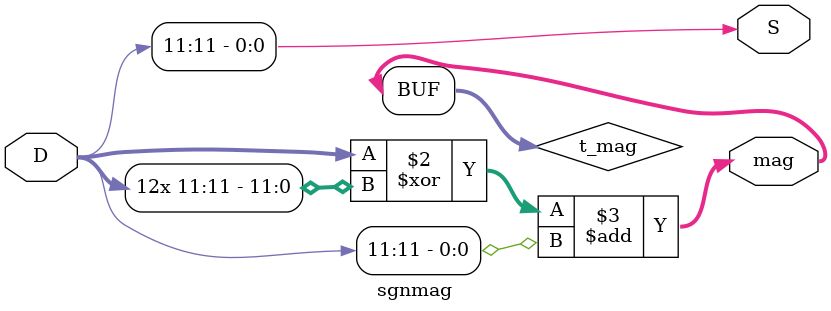
<source format=v>
`timescale 1ns / 1ps
module sgnmag(
	//inputs
	D,
	//outputs
	S,
	mag
);

input [11:0] D;
output S;
output [11:0] mag;

reg [11:0] t_mag;

always @(*)
begin
	t_mag =( D[11:0] ^ ({12{D[11]}})) + D[11];
end

assign mag = t_mag;
assign S = D[11];

endmodule

</source>
